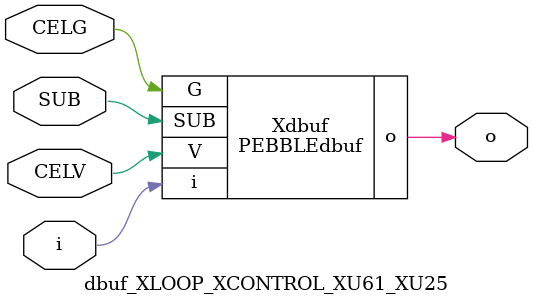
<source format=v>



module PEBBLEdbuf ( o, G, SUB, V, i );

  input V;
  input i;
  input G;
  output o;
  input SUB;
endmodule

//Celera Confidential Do Not Copy dbuf_XLOOP_XCONTROL_XU61_XU25
//Celera Confidential Symbol Generator
//Digital Buffer
module dbuf_XLOOP_XCONTROL_XU61_XU25 (CELV,CELG,i,o,SUB);
input CELV;
input CELG;
input i;
input SUB;
output o;

//Celera Confidential Do Not Copy dbuf
PEBBLEdbuf Xdbuf(
.V (CELV),
.i (i),
.o (o),
.SUB (SUB),
.G (CELG)
);
//,diesize,PEBBLEdbuf

//Celera Confidential Do Not Copy Module End
//Celera Schematic Generator
endmodule

</source>
